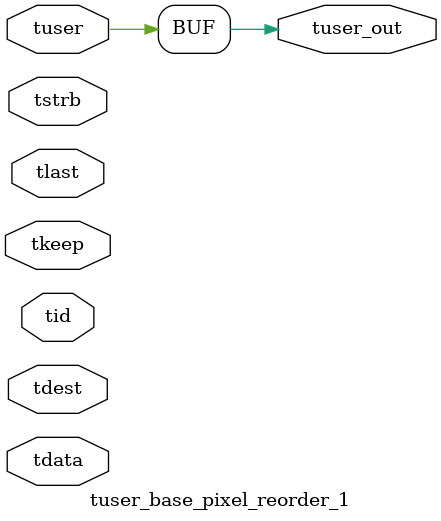
<source format=v>


`timescale 1ps/1ps

module tuser_base_pixel_reorder_1 #
(
parameter C_S_AXIS_TUSER_WIDTH = 1,
parameter C_S_AXIS_TDATA_WIDTH = 32,
parameter C_S_AXIS_TID_WIDTH   = 0,
parameter C_S_AXIS_TDEST_WIDTH = 0,
parameter C_M_AXIS_TUSER_WIDTH = 1
)
(
input  [(C_S_AXIS_TUSER_WIDTH == 0 ? 1 : C_S_AXIS_TUSER_WIDTH)-1:0     ] tuser,
input  [(C_S_AXIS_TDATA_WIDTH == 0 ? 1 : C_S_AXIS_TDATA_WIDTH)-1:0     ] tdata,
input  [(C_S_AXIS_TID_WIDTH   == 0 ? 1 : C_S_AXIS_TID_WIDTH)-1:0       ] tid,
input  [(C_S_AXIS_TDEST_WIDTH == 0 ? 1 : C_S_AXIS_TDEST_WIDTH)-1:0     ] tdest,
input  [(C_S_AXIS_TDATA_WIDTH/8)-1:0 ] tkeep,
input  [(C_S_AXIS_TDATA_WIDTH/8)-1:0 ] tstrb,
input                                                                    tlast,
output [C_M_AXIS_TUSER_WIDTH-1:0] tuser_out
);

assign tuser_out = {tuser[0:0]};

endmodule


</source>
